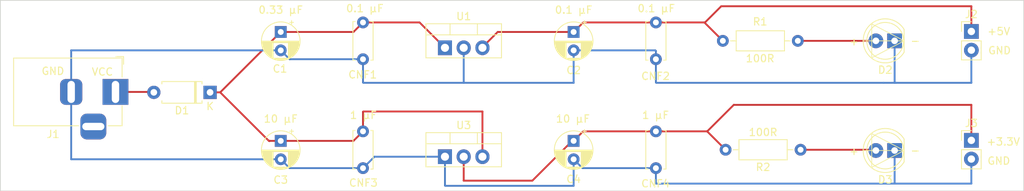
<source format=kicad_pcb>
(kicad_pcb (version 20221018) (generator pcbnew)
  (title_block (title "Breadboard Regulator") (date "2023-08-06"))
  (layers (0 "F.Cu" signal) (31 "B.Cu" signal) (34 "B.Paste" user) (35 "F.Paste" user) (36 "B.SilkS" user "B.Silkscreen") (37 "F.SilkS" user "F.Silkscreen") (38 "B.Mask" user) (39 "F.Mask" user) (44 "Edge.Cuts" user))
  (net 0 "")
  (net 1 "+12V")
  (net 2 "GNDREF")
  (net 3 "+5V")
  (net 4 "+3.3V")
  (net 5 "Net-(D2-A)")
  (net 6 "Net-(D3-A)")
  (net 8 "Net-(D1-A)")
  (footprint "Connector_BarrelJack:BarrelJack_Horizontal" (layer "F.Cu") (at 92.1 91.4425)
    (fp_text reference "J1" (at -8.45 5.75) (layer "F.SilkS"))
    (fp_text value "Barrel_Jack_Switch")
    (pad "1" thru_hole rect (at 0 0) (size 3.5 3.5) (drill oval 1 3) (layers "*.Cu" "*.Mask") (net 8 "Net-(D1-A)"))
    (pad "2" thru_hole roundrect (at -6 0) (size 3 3.5) (drill oval 1 3) (layers "*.Cu" "*.Mask") (net 2 "GNDREF"))
    (pad "3" thru_hole roundrect (at -3 4.7) (size 3.5 3.5) (drill oval 3 1) (layers "*.Cu" "*.Mask"))
  )
  (footprint "BeginnerModules:PinHeader_1x02_P2.54mm_Vertical" (layer "F.Cu") (at 208.1 83.225)
    (fp_text reference "J2" (at 0 -2.33) (layer "F.SilkS"))
    (fp_text value "Conn_01x02_Pin")
    (pad "1" thru_hole rect (at 0 0) (size 2 2) (drill 1) (layers "*.Cu" "*.Mask") (net 3 "+5V"))
    (pad "2" thru_hole oval (at 0 2.54) (size 2 2) (drill 1) (layers "*.Cu" "*.Mask") (net 2 "GNDREF"))
  )
  (footprint "Package_TO_SOT_THT:TO-220-3_Vertical" (layer "F.Cu") (at 136.757142 85.445)
    (fp_text reference "U1" (at 2.54 -4.27) (layer "F.SilkS"))
    (fp_text value "LM7805_TO220")
    (pad "1" thru_hole rect (at 0 0) (size 1.905 2) (drill 1.1) (layers "*.Cu" "*.Mask") (net 1 "+12V"))
    (pad "2" thru_hole oval (at 2.54 0) (size 1.905 2) (drill 1.1) (layers "*.Cu" "*.Mask") (net 2 "GNDREF"))
    (pad "3" thru_hole oval (at 5.08 0) (size 1.905 2) (drill 1.1) (layers "*.Cu" "*.Mask") (net 3 "+5V"))
  )
  (footprint "Capacitor_THT:CP_Radial_D5.0mm_P2.50mm" (layer "F.Cu") (at 114.5 98.094888 -90)
    (fp_text reference "C3" (at 5.305112 0 -180) (layer "F.SilkS"))
    (fp_text value "10 μF" (at -2.994888 0 180) (layer "F.SilkS"))
    (pad "1" thru_hole rect (at 0 0 270) (size 1.6 1.6) (drill 0.8) (layers "*.Cu" "*.Mask") (net 1 "+12V"))
    (pad "2" thru_hole circle (at 2.5 0 270) (size 1.6 1.6) (drill 0.8) (layers "*.Cu" "*.Mask") (net 2 "GNDREF"))
  )
  (footprint "Package_TO_SOT_THT:TO-220-3_Vertical" (layer "F.Cu") (at 136.757142 100.245)
    (fp_text reference "U3" (at 2.54 -4.27) (layer "F.SilkS"))
    (fp_text value "LD1117V33_TO-220")
    (pad "1" thru_hole rect (at 0 0) (size 1.905 2) (drill 1.1) (layers "*.Cu" "*.Mask") (net 2 "GNDREF"))
    (pad "2" thru_hole oval (at 2.54 0) (size 1.905 2) (drill 1.1) (layers "*.Cu" "*.Mask") (net 4 "+3.3V"))
    (pad "3" thru_hole oval (at 5.08 0) (size 1.905 2) (drill 1.1) (layers "*.Cu" "*.Mask") (net 1 "+12V"))
  )
  (footprint "Resistor_THT:R_Axial_DIN0207_L6.3mm_D2.5mm_P10.16mm_Horizontal" (layer "F.Cu") (at 184.952855 99.3 180)
    (fp_text reference "R2" (at 5.08 -2.37) (layer "F.SilkS"))
    (fp_text value "100R" (at 5.08 2.37) (layer "F.SilkS"))
    (pad "1" thru_hole circle (at 0 0 180) (size 1.6 1.6) (drill 0.8) (layers "*.Cu" "*.Mask") (net 6 "Net-(D3-A)"))
    (pad "2" thru_hole oval (at 10.16 0 180) (size 1.6 1.6) (drill 0.8) (layers "*.Cu" "*.Mask") (net 4 "+3.3V"))
  )
  (footprint "Capacitor_THT:C_Disc_D5.0mm_W2.5mm_P5.00mm" (layer "F.Cu") (at 165.344284 96.8 -90)
    (fp_text reference "CNF4" (at 7.1 0.044284 -180) (layer "F.SilkS"))
    (fp_text value "1 μF" (at -2.2 0.044284 180) (layer "F.SilkS"))
    (pad "1" thru_hole circle (at 0 0 270) (size 1.6 1.6) (drill 0.8) (layers "*.Cu" "*.Mask") (net 4 "+3.3V"))
    (pad "2" thru_hole circle (at 5 0 270) (size 1.6 1.6) (drill 0.8) (layers "*.Cu" "*.Mask") (net 2 "GNDREF"))
  )
  (footprint "Capacitor_THT:CP_Radial_D5.0mm_P2.50mm" (layer "F.Cu") (at 154.195713 98.094888 -90)
    (fp_text reference "C4" (at 5.205112 -0.004287 -180) (layer "F.SilkS"))
    (fp_text value "10 μF" (at -2.994888 0.095713 180) (layer "F.SilkS"))
    (pad "1" thru_hole rect (at 0 0 270) (size 1.6 1.6) (drill 0.8) (layers "*.Cu" "*.Mask") (net 4 "+3.3V"))
    (pad "2" thru_hole circle (at 2.5 0 270) (size 1.6 1.6) (drill 0.8) (layers "*.Cu" "*.Mask") (net 2 "GNDREF"))
  )
  (footprint "BeginnerModules:PinHeader_1x02_P2.54mm_Vertical" (layer "F.Cu") (at 208.1 98.025)
    (fp_text reference "J3" (at 0 -2.33) (layer "F.SilkS"))
    (fp_text value "Conn_01x02_Pin")
    (pad "1" thru_hole rect (at 0 0) (size 2 2) (drill 1) (layers "*.Cu" "*.Mask") (net 4 "+3.3V"))
    (pad "2" thru_hole oval (at 0 2.54) (size 2 2) (drill 1) (layers "*.Cu" "*.Mask") (net 2 "GNDREF"))
  )
  (footprint "Capacitor_THT:C_Disc_D5.0mm_W2.5mm_P5.00mm" (layer "F.Cu") (at 125.648571 82 -90)
    (fp_text reference "CNF1" (at 7.1 0.048571 -180) (layer "F.SilkS"))
    (fp_text value "0.1 μF" (at -1.9 -0.251429 180) (layer "F.SilkS"))
    (pad "1" thru_hole circle (at 0 0 270) (size 1.6 1.6) (drill 0.8) (layers "*.Cu" "*.Mask") (net 1 "+12V"))
    (pad "2" thru_hole circle (at 5 0 270) (size 1.6 1.6) (drill 0.8) (layers "*.Cu" "*.Mask") (net 2 "GNDREF"))
  )
  (footprint "BeginnerModules:LED_D5.0mm" (layer "F.Cu") (at 197.7 84.5 180)
    (fp_text reference "D2" (at 1.27 -3.96) (layer "F.SilkS"))
    (fp_text value "LED")
    (fp_text user "-" (at -2.8 0) (layer "F.SilkS"))
    (fp_text user "+" (at 5.5 -0.1) (layer "F.SilkS"))
    (pad "1" thru_hole rect (at 0 0 180) (size 2 2) (drill 0.9) (layers "*.Cu" "*.Mask") (net 2 "GNDREF"))
    (pad "2" thru_hole circle (at 2.54 0 180) (size 2 2) (drill 0.9) (layers "*.Cu" "*.Mask") (net 5 "Net-(D2-A)"))
  )
  (footprint "Capacitor_THT:C_Disc_D5.0mm_W2.5mm_P5.00mm" (layer "F.Cu") (at 125.648571 96.8 -90)
    (fp_text reference "CNF3" (at 7 -0.051429 -180) (layer "F.SilkS"))
    (fp_text value "1 μF" (at -2.2 -0.051429 180) (layer "F.SilkS"))
    (pad "1" thru_hole circle (at 0 0 270) (size 1.6 1.6) (drill 0.8) (layers "*.Cu" "*.Mask") (net 1 "+12V"))
    (pad "2" thru_hole circle (at 5 0 270) (size 1.6 1.6) (drill 0.8) (layers "*.Cu" "*.Mask") (net 2 "GNDREF"))
  )
  (footprint "Capacitor_THT:CP_Radial_D5.0mm_P2.50mm" (layer "F.Cu") (at 154.195713 83.294888 -90)
    (fp_text reference "C2" (at 5.205112 -0.004287 -180) (layer "F.SilkS"))
    (fp_text value "0.1 μF" (at -2.994888 -0.004287 180) (layer "F.SilkS"))
    (pad "1" thru_hole rect (at 0 0 270) (size 1.6 1.6) (drill 0.8) (layers "*.Cu" "*.Mask") (net 3 "+5V"))
    (pad "2" thru_hole circle (at 2.5 0 270) (size 1.6 1.6) (drill 0.8) (layers "*.Cu" "*.Mask") (net 2 "GNDREF"))
  )
  (footprint "Diode_THT:D_A-405_P7.62mm_Horizontal" (layer "F.Cu") (at 104.92 91.5 180)
    (fp_text reference "D1" (at 3.81 -2.47) (layer "F.SilkS"))
    (fp_text value "D_Schottky")
    (fp_text user "K" (at 0 -1.9) (layer "F.SilkS"))
    (pad "1" thru_hole rect (at 0 0 180) (size 1.8 1.8) (drill 0.9) (layers "*.Cu" "*.Mask") (net 1 "+12V"))
    (pad "2" thru_hole oval (at 7.62 0 180) (size 1.8 1.8) (drill 0.9) (layers "*.Cu" "*.Mask") (net 8 "Net-(D1-A)"))
  )
  (footprint "Capacitor_THT:CP_Radial_D5.0mm_P2.50mm" (layer "F.Cu") (at 114.5 83.294888 -90)
    (fp_text reference "C1" (at 5.005112 0.1 -180) (layer "F.SilkS"))
    (fp_text value "0.33 μF" (at -2.994888 0 180) (layer "F.SilkS"))
    (pad "1" thru_hole rect (at 0 0 270) (size 1.6 1.6) (drill 0.8) (layers "*.Cu" "*.Mask") (net 1 "+12V"))
    (pad "2" thru_hole circle (at 2.5 0 270) (size 1.6 1.6) (drill 0.8) (layers "*.Cu" "*.Mask") (net 2 "GNDREF"))
  )
  (footprint "Capacitor_THT:C_Disc_D5.0mm_W2.5mm_P5.00mm" (layer "F.Cu") (at 165.344284 82 -90)
    (fp_text reference "CNF2" (at 7.3 0.044284 -180) (layer "F.SilkS"))
    (fp_text value "0.1 μF" (at -1.9 -0.055716 180) (layer "F.SilkS"))
    (pad "1" thru_hole circle (at 0 0 270) (size 1.6 1.6) (drill 0.8) (layers "*.Cu" "*.Mask") (net 3 "+5V"))
    (pad "2" thru_hole circle (at 5 0 270) (size 1.6 1.6) (drill 0.8) (layers "*.Cu" "*.Mask") (net 2 "GNDREF"))
  )
  (footprint "BeginnerModules:LED_D5.0mm" (layer "F.Cu") (at 197.7 99.4 180)
    (fp_text reference "D3" (at 1.27 -3.96) (layer "F.SilkS"))
    (fp_text value "LED")
    (fp_text user "-" (at -2.8 0) (layer "F.SilkS"))
    (fp_text user "+" (at 5.5 -0.1) (layer "F.SilkS"))
    (pad "1" thru_hole rect (at 0 0 180) (size 2 2) (drill 0.9) (layers "*.Cu" "*.Mask") (net 2 "GNDREF"))
    (pad "2" thru_hole circle (at 2.54 0 180) (size 2 2) (drill 0.9) (layers "*.Cu" "*.Mask") (net 6 "Net-(D3-A)"))
  )
  (footprint "Resistor_THT:R_Axial_DIN0207_L6.3mm_D2.5mm_P10.16mm_Horizontal" (layer "F.Cu") (at 184.58 84.5 180)
    (fp_text reference "R1" (at 5.107145 2.6) (layer "F.SilkS"))
    (fp_text value "100R" (at 5.107145 -2.4) (layer "F.SilkS"))
    (pad "1" thru_hole circle (at 0 0 180) (size 1.6 1.6) (drill 0.8) (layers "*.Cu" "*.Mask") (net 5 "Net-(D2-A)"))
    (pad "2" thru_hole oval (at 10.16 0 180) (size 1.6 1.6) (drill 0.8) (layers "*.Cu" "*.Mask") (net 3 "+5V"))
  )
  (gr_rect (start 76.5 79) (end 215.2 104.9) (stroke (width 0.1)) (fill none) (layer "Edge.Cuts"))
  (gr_text "GND" (at 210.3 86.4) (layer "F.SilkS") (effects (font (size 1 1)) (justify left bottom)))
  (gr_text "GND" (at 210.2 101.4) (layer "F.SilkS") (effects (font (size 1 1)) (justify left bottom)))
  (gr_text "GND" (at 82 89.2) (layer "F.SilkS") (effects (font (size 1 1)) (justify left bottom)))
  (gr_text "VCC" (at 88.8 89.3) (layer "F.SilkS") (effects (font (size 1 1)) (justify left bottom)))
  (gr_text "+5V" (at 210.2 83.8) (layer "F.SilkS") (effects (font (size 1 1)) (justify left bottom)))
  (gr_text "+3.3V" (at 210.1 98.8) (layer "F.SilkS") (effects (font (size 1 1)) (justify left bottom)))
  (segment (start 114.5 98.094888) (end 124.353683 98.094888) (width 0.25) (layer "F.Cu") (net 1))
  (segment (start 124.353683 98.094888) (end 125.648571 96.8) (width 0.25) (layer "F.Cu") (net 1))
  (segment (start 125.7 94.1) (end 141.837142 94.1) (width 0.25) (layer "F.Cu") (net 1))
  (segment (start 124.353683 83.294888) (end 125.648571 82) (width 0.25) (layer "F.Cu") (net 1))
  (segment (start 113.005112 98.094888) (end 114.5 98.094888) (width 0.25) (layer "F.Cu") (net 1))
  (segment (start 141.837142 94.1) (end 141.837142 100.245) (width 0.25) (layer "F.Cu") (net 1))
  (segment (start 106.294888 91.5) (end 112.894888 98.1) (width 0.25) (layer "F.Cu") (net 1))
  (segment (start 125.648571 82) (end 133.312142 82) (width 0.25) (layer "F.Cu") (net 1))
  (segment (start 106.294888 91.5) (end 114.5 83.294888) (width 0.25) (layer "F.Cu") (net 1))
  (segment (start 104.92 91.5) (end 106.294888 91.5) (width 0.25) (layer "F.Cu") (net 1))
  (segment (start 114.5 83.294888) (end 124.353683 83.294888) (width 0.25) (layer "F.Cu") (net 1))
  (segment (start 133.312142 82) (end 136.757142 85.445) (width 0.25) (layer "F.Cu") (net 1))
  (segment (start 125.648571 94.151429) (end 125.7 94.1) (width 0.25) (layer "F.Cu") (net 1))
  (segment (start 125.648571 96.8) (end 125.648571 94.151429) (width 0.25) (layer "F.Cu") (net 1))
  (segment (start 112.894888 98.1) (end 113 98.1) (width 0.25) (layer "F.Cu") (net 1))
  (segment (start 113 98.1) (end 113.005112 98.094888) (width 0.25) (layer "F.Cu") (net 1))
  (segment (start 165.344284 101.8) (end 155.400825 101.8) (width 0.25) (layer "B.Cu") (net 2))
  (segment (start 165.344284 85.872142) (end 165.344284 87) (width 0.25) (layer "B.Cu") (net 2))
  (segment (start 154.195713 85.794888) (end 165.26703 85.794888) (width 0.25) (layer "B.Cu") (net 2))
  (segment (start 115.705112 87) (end 114.5 85.794888) (width 0.25) (layer "B.Cu") (net 2))
  (segment (start 196 103.9) (end 165.4 103.9) (width 0.25) (layer "B.Cu") (net 2))
  (segment (start 197.7 103.9) (end 208.1 103.9) (width 0.25) (layer "B.Cu") (net 2))
  (segment (start 125.648571 101.8) (end 115.705112 101.8) (width 0.25) (layer "B.Cu") (net 2))
  (segment (start 154.195713 104.2) (end 136.8 104.2) (width 0.25) (layer "B.Cu") (net 2))
  (segment (start 139.297142 90.197142) (end 139.297142 85.445) (width 0.25) (layer "B.Cu") (net 2))
  (segment (start 165.26703 85.794888) (end 165.344284 85.872142) (width 0.25) (layer "B.Cu") (net 2))
  (segment (start 139.3 90.2) (end 125.7 90.2) (width 0.25) (layer "B.Cu") (net 2))
  (segment (start 125.648571 87) (end 115.705112 87) (width 0.25) (layer "B.Cu") (net 2))
  (segment (start 197.7 84.5) (end 197.7 90.2) (width 0.25) (layer "B.Cu") (net 2))
  (segment (start 154.195713 85.794888) (end 154.195713 90.195713) (width 0.25) (layer "B.Cu") (net 2))
  (segment (start 86.1 100.594888) (end 86.1 91.4425) (width 0.25) (layer "B.Cu") (net 2))
  (segment (start 165.344284 90.144284) (end 165.344284 87) (width 0.25) (layer "B.Cu") (net 2))
  (segment (start 86.1 85.8) (end 86.1 91.4425) (width 0.25) (layer "B.Cu") (net 2))
  (segment (start 155.400825 101.8) (end 154.195713 100.594888) (width 0.25) (layer "B.Cu") (net 2))
  (segment (start 208.1 90.2) (end 197.9 90.2) (width 0.25) (layer "B.Cu") (net 2))
  (segment (start 196.2 90.2) (end 165.4 90.2) (width 0.25) (layer "B.Cu") (net 2))
  (segment (start 165.4 90.2) (end 165.344284 90.144284) (width 0.25) (layer "B.Cu") (net 2))
  (segment (start 86.105112 85.794888) (end 86.1 85.8) (width 0.25) (layer "B.Cu") (net 2))
  (segment (start 115.705112 101.8) (end 114.5 100.594888) (width 0.25) (layer "B.Cu") (net 2))
  (segment (start 165.344284 103.844284) (end 165.344284 101.8) (width 0.25) (layer "B.Cu") (net 2))
  (segment (start 208.1 103.9) (end 208.1 100.565) (width 0.25) (layer "B.Cu") (net 2))
  (segment (start 125.7 90.2) (end 125.648571 90.148571) (width 0.25) (layer "B.Cu") (net 2))
  (segment (start 208.1 85.765) (end 208.1 90.2) (width 0.25) (layer "B.Cu") (net 2))
  (segment (start 136.757142 104.157142) (end 136.757142 100.245) (width 0.25) (layer "B.Cu") (net 2))
  (segment (start 125.648571 90.148571) (end 125.648571 87) (width 0.25) (layer "B.Cu") (net 2))
  (segment (start 154.195713 100.594888) (end 154.195713 104.2) (width 0.25) (layer "B.Cu") (net 2))
  (segment (start 136.8 104.2) (end 136.757142 104.157142) (width 0.25) (layer "B.Cu") (net 2))
  (segment (start 114.5 100.594888) (end 86.1 100.594888) (width 0.25) (layer "B.Cu") (net 2))
  (segment (start 127.203571 100.245) (end 125.648571 101.8) (width 0.25) (layer "B.Cu") (net 2))
  (segment (start 154.195713 90.195713) (end 154.2 90.2) (width 0.25) (layer "B.Cu") (net 2))
  (segment (start 114.5 85.794888) (end 86.105112 85.794888) (width 0.25) (layer "B.Cu") (net 2))
  (segment (start 196 103.9) (end 197.7 103.9) (width 0.25) (layer "B.Cu") (net 2))
  (segment (start 165.4 103.9) (end 165.344284 103.844284) (width 0.25) (layer "B.Cu") (net 2))
  (segment (start 197.7 99.4) (end 197.7 103.9) (width 0.25) (layer "B.Cu") (net 2))
  (segment (start 197.7 90.2) (end 196.2 90.2) (width 0.25) (layer "B.Cu") (net 2))
  (segment (start 139.3 90.2) (end 139.297142 90.197142) (width 0.25) (layer "B.Cu") (net 2))
  (segment (start 154.2 90.2) (end 139.3 90.2) (width 0.25) (layer "B.Cu") (net 2))
  (segment (start 197.9 90.2) (end 197.7 90.2) (width 0.25) (layer "B.Cu") (net 2))
  (segment (start 136.757142 100.245) (end 127.203571 100.245) (width 0.25) (layer "B.Cu") (net 2))
  (segment (start 154.195713 83.294888) (end 154.205112 83.294888) (width 0.25) (layer "F.Cu") (net 3))
  (segment (start 171.92 82) (end 174.42 84.5) (width 0.25) (layer "F.Cu") (net 3))
  (segment (start 165.344284 82) (end 171.92 82) (width 0.25) (layer "F.Cu") (net 3))
  (segment (start 141.837142 85.362858) (end 143.905112 83.294888) (width 0.25) (layer "F.Cu") (net 3))
  (segment (start 154.205112 83.294888) (end 155.5 82) (width 0.25) (layer "F.Cu") (net 3))
  (segment (start 155.5 82) (end 165.344284 82) (width 0.25) (layer "F.Cu") (net 3))
  (segment (start 141.837142 85.445) (end 141.837142 85.362858) (width 0.25) (layer "F.Cu") (net 3))
  (segment (start 208.1 79.8) (end 208.1 83.225) (width 0.25) (layer "F.Cu") (net 3))
  (segment (start 172 82) (end 174.2 79.8) (width 0.25) (layer "F.Cu") (net 3))
  (segment (start 171.92 82) (end 172 82) (width 0.25) (layer "F.Cu") (net 3))
  (segment (start 174.2 79.8) (end 208.1 79.8) (width 0.25) (layer "F.Cu") (net 3))
  (segment (start 143.905112 83.294888) (end 154.195713 83.294888) (width 0.25) (layer "F.Cu") (net 3))
  (segment (start 208.1 93.2) (end 208.1 98.025) (width 0.25) (layer "F.Cu") (net 4))
  (segment (start 139.3 103.5) (end 148.6 103.5) (width 0.25) (layer "F.Cu") (net 4))
  (segment (start 165.344284 96.8) (end 172.292855 96.8) (width 0.25) (layer "F.Cu") (net 4))
  (segment (start 139.297142 103.497142) (end 139.3 103.5) (width 0.25) (layer "F.Cu") (net 4))
  (segment (start 175.9 93.2) (end 208.1 93.2) (width 0.25) (layer "F.Cu") (net 4))
  (segment (start 172.3 96.8) (end 175.9 93.2) (width 0.25) (layer "F.Cu") (net 4))
  (segment (start 155.490601 96.8) (end 154.195713 98.094888) (width 0.25) (layer "F.Cu") (net 4))
  (segment (start 139.297142 100.245) (end 139.297142 103.497142) (width 0.25) (layer "F.Cu") (net 4))
  (segment (start 165.344284 96.8) (end 155.490601 96.8) (width 0.25) (layer "F.Cu") (net 4))
  (segment (start 172.292855 96.8) (end 172.3 96.8) (width 0.25) (layer "F.Cu") (net 4))
  (segment (start 148.6 103.5) (end 154.005112 98.094888) (width 0.25) (layer "F.Cu") (net 4))
  (segment (start 172.292855 96.8) (end 174.792855 99.3) (width 0.25) (layer "F.Cu") (net 4))
  (segment (start 154.005112 98.094888) (end 154.195713 98.094888) (width 0.25) (layer "F.Cu") (net 4))
  (segment (start 184.58 84.5) (end 195.16 84.5) (width 0.25) (layer "F.Cu") (net 5))
  (segment (start 184.952855 99.3) (end 195.06 99.3) (width 0.25) (layer "F.Cu") (net 6))
  (segment (start 195.06 99.3) (end 195.16 99.4) (width 0.25) (layer "F.Cu") (net 6))
  (segment (start 97.2425 91.4425) (end 97.3 91.5) (width 0.25) (layer "F.Cu") (net 8))
  (segment (start 92.1 91.4425) (end 97.2425 91.4425) (width 0.25) (layer "F.Cu") (net 8))
)
</source>
